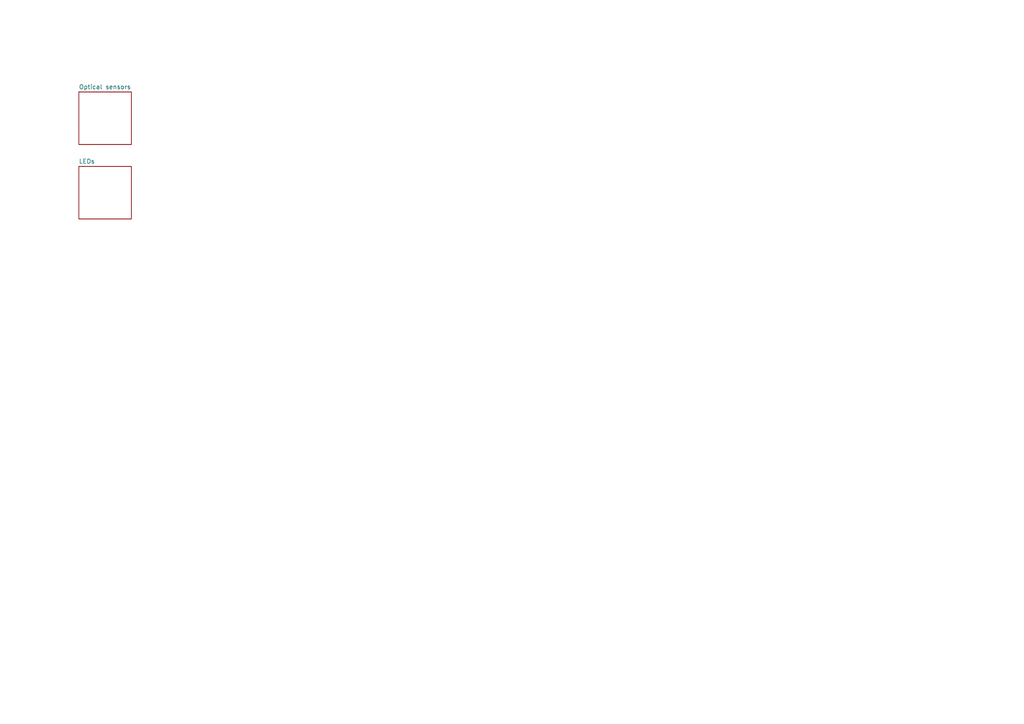
<source format=kicad_sch>
(kicad_sch (version 20230121) (generator eeschema)
  (paper "A4")
  (lib_symbols)
  (sheet (at 22.86 26.67) (size 15.24 15.24) (stroke (width 0.1524))
    (property "Sheetname" "Optical sensors" (at 22.86 25.9584 0) (effects (justify left bottom)))
    (property "Sheetfile" "optical_sensors.kicad_sch" (effects hide))
  )
  (sheet (at 22.86 48.26) (size 15.24 15.24) (stroke (width 0.1524))
    (property "Sheetname" "LEDs" (at 22.86 47.5484 0) (effects (justify left bottom)))
    (property "Sheetfile" "LEDs.kicad_sch" (effects hide))
  )
)
</source>
